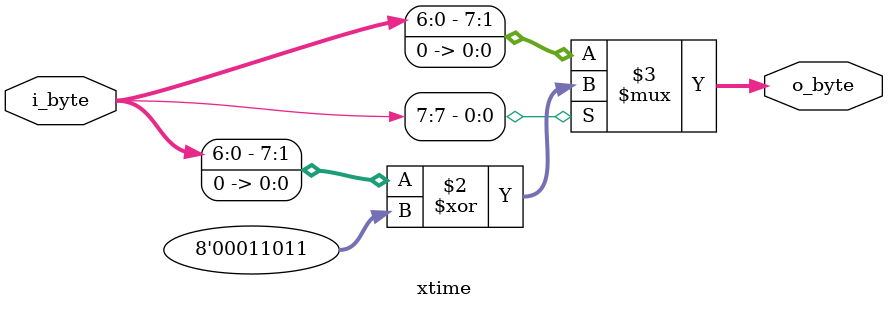
<source format=v>
/*------------------------------------------------------------------------------
 -- Project     : CL60010
 -------------------------------------------------------------------------------
 -- File        : subbytes_block.v
 -- Author      : Ramiro R. Lopez.
 -- Originator  : Clariphy Argentina S.A.
 -- Date        : Apr 15, 2014
 --
 -- Rev 0       : Initial release.
 --
 --
 -- $Id: xtime.v 10470 2017-01-25 18:33:37Z gbarbiani $
 -------------------------------------------------------------------------------
 -- Description : This module implements the product between an input Galois
    Finite {2^8} element and a fixed element {02} of the same field.
 -------------------------------------------------------------------------------
 -- Copyright (C) 2016 ClariPhy Argentina S.A.  All rights reserved
 ------------------------------------------------------------------------------*/

module xtime
#(
    // PARAMETERS.
    parameter                                   NB_BYTE     = 8
)
(
    // OUTPUTS.
    output  wire    [ NB_BYTE-1:0   ]           o_byte      ,
    // INPUTS.
    input   wire    [ NB_BYTE-1:0   ]           i_byte
);


// LOCAL PARAMETERS.
localparam                                      BAD_CONF    = ( NB_BYTE != 8 )  ;
localparam      [ NB_BYTE-1:0   ]               M_X         = 8'h1b             ;

// INTERNAL SIGNALS.
// None so far.


// ALGORITHM BEGIN.

assign  o_byte  =   ( i_byte[NB_BYTE-1] == 1'b0 )   ?   // cad_ence map_to_mux
                    { i_byte[NB_BYTE-1-1:0], 1'b0 } : ({ i_byte[NB_BYTE-1-1:0], 1'b0 } ^ M_X)   ;

endmodule // xtime

</source>
